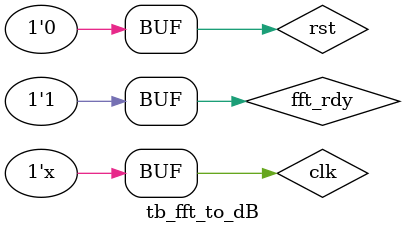
<source format=v>
`timescale 1ns / 1ps


module tb_fft_to_dB(

    );

reg clk;
reg rst;
reg fft_rdy;

initial
begin
    clk = 1;
    rst = 1;
    #100 rst = 0;
    #10 fft_rdy = 1;
    #100 fft_rdy = 0;
    #30 fft_rdy = 1;
end

always #5 clk <= ~clk;


fft_to_dB convert(
	.clk(clk),
	.rst(rst),
	.fft_rdy(fft_rdy),

	.fft_result_addr(),
	.fft_result_re(),
	.fft_result_im(),

	.dB_result_addr(),
	.dB_result_dout(),
	.dB_result_done(),
	.all_dB_calculated()
);

endmodule

</source>
